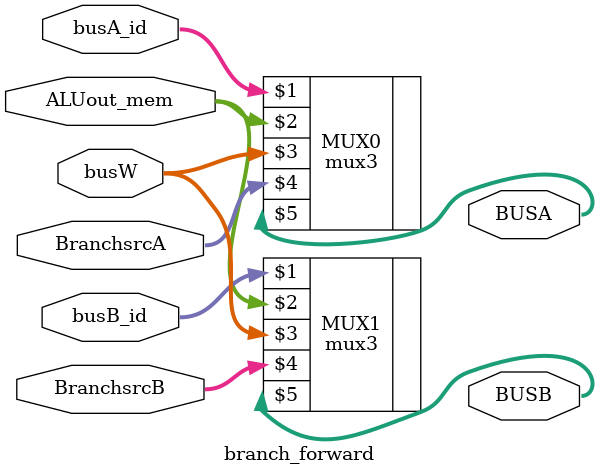
<source format=v>
module branch_forward(busA_id,busB_id,ALUout_mem,busW,BranchsrcA,BranchsrcB,BUSA,BUSB);	
	input [31:0]busA_id,busB_id,ALUout_mem,busW;	
	input [1:0]BranchsrcA,BranchsrcB;
	output [31:0]BUSA,BUSB;	//zero¼ì²âµÄÁ½¸öÊäÈë
	mux3 MUX0(busA_id,ALUout_mem,busW,BranchsrcA,BUSA);	//ÀûÓÃÈýÂ·Ñ¡ÔñÆ÷Ñ¡Ôñ×ª·¢ÄÚÈÝ
	mux3 MUX1(busB_id,ALUout_mem,busW,BranchsrcB,BUSB);
endmodule
</source>
